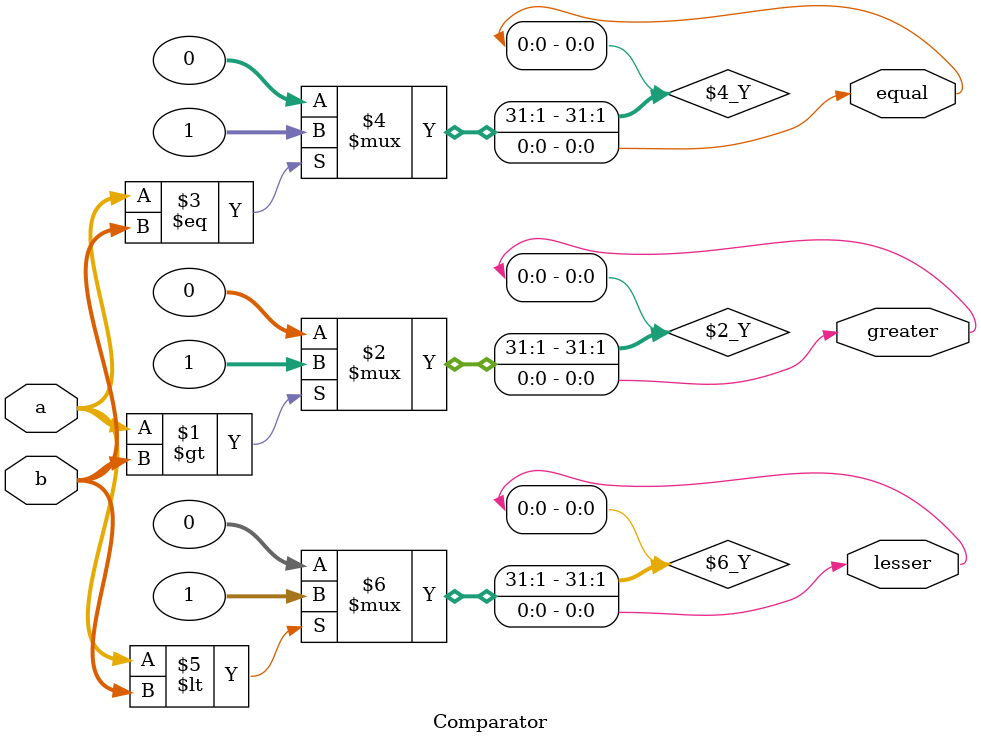
<source format=v>
module Comparator #(parameter N=8)(input [N-1:0]a,b, output greater,equal,lesser);

assign greater=a>b?1:0;
assign equal=(a==b)?1:0;
assign lesser=a<b?1:0;
endmodule
</source>
